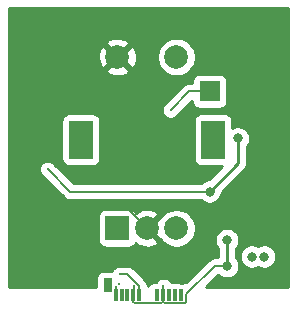
<source format=gbr>
%TF.GenerationSoftware,KiCad,Pcbnew,5.99.0+really5.1.10+dfsg1-1+b1*%
%TF.CreationDate,2021-10-07T11:27:31-07:00*%
%TF.ProjectId,roPlug,726f506c-7567-42e6-9b69-6361645f7063,rev?*%
%TF.SameCoordinates,Original*%
%TF.FileFunction,Copper,L2,Bot*%
%TF.FilePolarity,Positive*%
%FSLAX46Y46*%
G04 Gerber Fmt 4.6, Leading zero omitted, Abs format (unit mm)*
G04 Created by KiCad (PCBNEW 5.99.0+really5.1.10+dfsg1-1+b1) date 2021-10-07 11:27:31*
%MOMM*%
%LPD*%
G01*
G04 APERTURE LIST*
%TA.AperFunction,ComponentPad*%
%ADD10R,1.700000X1.700000*%
%TD*%
%TA.AperFunction,SMDPad,CuDef*%
%ADD11R,0.380000X1.000000*%
%TD*%
%TA.AperFunction,SMDPad,CuDef*%
%ADD12R,0.700000X1.150000*%
%TD*%
%TA.AperFunction,ComponentPad*%
%ADD13R,2.000000X2.000000*%
%TD*%
%TA.AperFunction,ComponentPad*%
%ADD14C,2.000000*%
%TD*%
%TA.AperFunction,ComponentPad*%
%ADD15R,2.000000X3.200000*%
%TD*%
%TA.AperFunction,ViaPad*%
%ADD16C,0.200000*%
%TD*%
%TA.AperFunction,ViaPad*%
%ADD17C,0.800000*%
%TD*%
%TA.AperFunction,Conductor*%
%ADD18C,0.200000*%
%TD*%
%TA.AperFunction,Conductor*%
%ADD19C,0.250000*%
%TD*%
%TA.AperFunction,Conductor*%
%ADD20C,0.254000*%
%TD*%
%TA.AperFunction,Conductor*%
%ADD21C,0.100000*%
%TD*%
G04 APERTURE END LIST*
D10*
%TO.P,RST1,1*%
%TO.N,Net-(RST1-Pad1)*%
X117700000Y-57700000D03*
%TD*%
D11*
%TO.P,P1,B12*%
%TO.N,GND*%
X115250000Y-74960000D03*
%TO.P,P1,B11*%
%TO.N,N/C*%
X114750000Y-74960000D03*
%TO.P,P1,B10*%
X114250000Y-74960000D03*
%TO.P,P1,B9*%
%TO.N,Net-(F1-Pad2)*%
X113750000Y-74960000D03*
%TO.P,P1,B8*%
%TO.N,N/C*%
X113250000Y-74960000D03*
%TO.P,P1,B5*%
%TO.N,Net-(P1-PadB5)*%
X111750000Y-74960000D03*
%TO.P,P1,B4*%
%TO.N,Net-(F1-Pad2)*%
X111250000Y-74960000D03*
%TO.P,P1,B3*%
%TO.N,N/C*%
X110750000Y-74960000D03*
%TO.P,P1,B2*%
X110250000Y-74960000D03*
%TO.P,P1,B1*%
%TO.N,GND*%
X109750000Y-74960000D03*
D12*
%TO.P,P1,S1*%
%TO.N,Net-(P1-PadS1)*%
X109080000Y-74120000D03*
%TD*%
D13*
%TO.P,SW1,A*%
%TO.N,Net-(SW1-PadA)*%
X109900000Y-69300000D03*
D14*
%TO.P,SW1,C*%
%TO.N,GND*%
X112400000Y-69300000D03*
%TO.P,SW1,B*%
%TO.N,Net-(SW1-PadB)*%
X114900000Y-69300000D03*
D15*
%TO.P,SW1,MP*%
%TO.N,N/C*%
X106800000Y-61800000D03*
X118000000Y-61800000D03*
D14*
%TO.P,SW1,S2*%
%TO.N,GND*%
X109900000Y-54800000D03*
%TO.P,SW1,S1*%
%TO.N,Net-(SW1-PadS1)*%
X114900000Y-54800000D03*
%TD*%
D16*
%TO.N,GND*%
X112400000Y-71200000D03*
X113900000Y-67800000D03*
X110200000Y-67700000D03*
X108000000Y-64500000D03*
X123900000Y-63500000D03*
X115200000Y-73900000D03*
X110000000Y-74000000D03*
D17*
%TO.N,+5V*%
X117700000Y-66200000D03*
X120100000Y-61700000D03*
D16*
X104000000Y-64300000D03*
D17*
%TO.N,Net-(F1-Pad2)*%
X119200000Y-72500000D03*
X119200000Y-70300000D03*
D16*
X111300000Y-74200000D03*
X113800000Y-74200000D03*
%TO.N,Net-(P1-PadB5)*%
X110100000Y-73200000D03*
D17*
%TO.N,D-*%
X121275000Y-71700000D03*
%TO.N,D+*%
X122325000Y-71700000D03*
D16*
%TO.N,Net-(RST1-Pad1)*%
X114400000Y-59300000D03*
%TD*%
D18*
%TO.N,GND*%
X110800000Y-67700000D02*
X110200000Y-67700000D01*
X112400000Y-69300000D02*
X110800000Y-67700000D01*
X109750000Y-74960000D02*
X109750000Y-74150000D01*
D19*
%TO.N,+5V*%
X120100000Y-63800000D02*
X120100000Y-61700000D01*
X117700000Y-66200000D02*
X120100000Y-63800000D01*
D18*
X105900000Y-66200000D02*
X117700000Y-66200000D01*
X104000000Y-64300000D02*
X105900000Y-66200000D01*
D19*
%TO.N,Net-(F1-Pad2)*%
X119200000Y-70300000D02*
X119200000Y-72500000D01*
D18*
X113600001Y-75660001D02*
X113750000Y-75510002D01*
X111399999Y-75660001D02*
X113600001Y-75660001D01*
X111250000Y-75510002D02*
X111399999Y-75660001D01*
X111250000Y-74960000D02*
X111250000Y-75510002D01*
X118146433Y-72500000D02*
X119200000Y-72500000D01*
X115749990Y-74896443D02*
X118146433Y-72500000D01*
X115749990Y-75550010D02*
X115749990Y-74896443D01*
X115639999Y-75660001D02*
X115749990Y-75550010D01*
X113899999Y-75660001D02*
X115639999Y-75660001D01*
X113750000Y-75510002D02*
X113899999Y-75660001D01*
X113750000Y-74960000D02*
X113750000Y-75510002D01*
X111300000Y-74910000D02*
X111250000Y-74960000D01*
X111300000Y-74200000D02*
X111300000Y-74910000D01*
X113750000Y-74250000D02*
X113800000Y-74200000D01*
X113750000Y-74960000D02*
X113750000Y-74250000D01*
%TO.N,Net-(P1-PadB5)*%
X111750000Y-74225722D02*
X111750000Y-74960000D01*
X110724278Y-73200000D02*
X111750000Y-74225722D01*
X110100000Y-73200000D02*
X110724278Y-73200000D01*
%TO.N,Net-(RST1-Pad1)*%
X116000000Y-57700000D02*
X117700000Y-57700000D01*
X114400000Y-59300000D02*
X116000000Y-57700000D01*
%TD*%
D20*
%TO.N,GND*%
X124315000Y-74315000D02*
X117370879Y-74315000D01*
X118450880Y-73235000D01*
X118471289Y-73235000D01*
X118540226Y-73303937D01*
X118709744Y-73417205D01*
X118898102Y-73495226D01*
X119098061Y-73535000D01*
X119301939Y-73535000D01*
X119501898Y-73495226D01*
X119690256Y-73417205D01*
X119859774Y-73303937D01*
X120003937Y-73159774D01*
X120117205Y-72990256D01*
X120195226Y-72801898D01*
X120235000Y-72601939D01*
X120235000Y-72398061D01*
X120195226Y-72198102D01*
X120117205Y-72009744D01*
X120003937Y-71840226D01*
X119960000Y-71796289D01*
X119960000Y-71598061D01*
X120240000Y-71598061D01*
X120240000Y-71801939D01*
X120279774Y-72001898D01*
X120357795Y-72190256D01*
X120471063Y-72359774D01*
X120615226Y-72503937D01*
X120784744Y-72617205D01*
X120973102Y-72695226D01*
X121173061Y-72735000D01*
X121376939Y-72735000D01*
X121576898Y-72695226D01*
X121765256Y-72617205D01*
X121800000Y-72593990D01*
X121834744Y-72617205D01*
X122023102Y-72695226D01*
X122223061Y-72735000D01*
X122426939Y-72735000D01*
X122626898Y-72695226D01*
X122815256Y-72617205D01*
X122984774Y-72503937D01*
X123128937Y-72359774D01*
X123242205Y-72190256D01*
X123320226Y-72001898D01*
X123360000Y-71801939D01*
X123360000Y-71598061D01*
X123320226Y-71398102D01*
X123242205Y-71209744D01*
X123128937Y-71040226D01*
X122984774Y-70896063D01*
X122815256Y-70782795D01*
X122626898Y-70704774D01*
X122426939Y-70665000D01*
X122223061Y-70665000D01*
X122023102Y-70704774D01*
X121834744Y-70782795D01*
X121800000Y-70806010D01*
X121765256Y-70782795D01*
X121576898Y-70704774D01*
X121376939Y-70665000D01*
X121173061Y-70665000D01*
X120973102Y-70704774D01*
X120784744Y-70782795D01*
X120615226Y-70896063D01*
X120471063Y-71040226D01*
X120357795Y-71209744D01*
X120279774Y-71398102D01*
X120240000Y-71598061D01*
X119960000Y-71598061D01*
X119960000Y-71003711D01*
X120003937Y-70959774D01*
X120117205Y-70790256D01*
X120195226Y-70601898D01*
X120235000Y-70401939D01*
X120235000Y-70198061D01*
X120195226Y-69998102D01*
X120117205Y-69809744D01*
X120003937Y-69640226D01*
X119859774Y-69496063D01*
X119690256Y-69382795D01*
X119501898Y-69304774D01*
X119301939Y-69265000D01*
X119098061Y-69265000D01*
X118898102Y-69304774D01*
X118709744Y-69382795D01*
X118540226Y-69496063D01*
X118396063Y-69640226D01*
X118282795Y-69809744D01*
X118204774Y-69998102D01*
X118165000Y-70198061D01*
X118165000Y-70401939D01*
X118204774Y-70601898D01*
X118282795Y-70790256D01*
X118396063Y-70959774D01*
X118440000Y-71003711D01*
X118440001Y-71765000D01*
X118182529Y-71765000D01*
X118146432Y-71761445D01*
X118110335Y-71765000D01*
X118110328Y-71765000D01*
X118016565Y-71774235D01*
X118002347Y-71775635D01*
X117960319Y-71788384D01*
X117863800Y-71817663D01*
X117736113Y-71885913D01*
X117624195Y-71977762D01*
X117601179Y-72005807D01*
X115718697Y-73888290D01*
X115695579Y-73875350D01*
X115576609Y-73836723D01*
X115471750Y-73825000D01*
X115334475Y-73962275D01*
X115294494Y-73929463D01*
X115184180Y-73870498D01*
X115064482Y-73834188D01*
X115034484Y-73831234D01*
X115028250Y-73825000D01*
X115001526Y-73827988D01*
X114940000Y-73821928D01*
X114560000Y-73821928D01*
X114500000Y-73827837D01*
X114440000Y-73821928D01*
X114431357Y-73821928D01*
X114431192Y-73821681D01*
X114414087Y-73789680D01*
X114391070Y-73761634D01*
X114370912Y-73731465D01*
X114345254Y-73705807D01*
X114322238Y-73677762D01*
X114294193Y-73654746D01*
X114268535Y-73629088D01*
X114238366Y-73608930D01*
X114210320Y-73585913D01*
X114178319Y-73568808D01*
X114148153Y-73548652D01*
X114114635Y-73534768D01*
X114082633Y-73517663D01*
X114047909Y-73507130D01*
X114014391Y-73493246D01*
X113978807Y-73486168D01*
X113944085Y-73475635D01*
X113907978Y-73472079D01*
X113872391Y-73465000D01*
X113836105Y-73465000D01*
X113800000Y-73461444D01*
X113763895Y-73465000D01*
X113727609Y-73465000D01*
X113692021Y-73472079D01*
X113655916Y-73475635D01*
X113621195Y-73486167D01*
X113585609Y-73493246D01*
X113552090Y-73507130D01*
X113517367Y-73517663D01*
X113485366Y-73534768D01*
X113451847Y-73548652D01*
X113421678Y-73568810D01*
X113389681Y-73585913D01*
X113361639Y-73608926D01*
X113331465Y-73629088D01*
X113255802Y-73704751D01*
X113227763Y-73727762D01*
X113150483Y-73821928D01*
X113060000Y-73821928D01*
X112935518Y-73834188D01*
X112815820Y-73870498D01*
X112705506Y-73929463D01*
X112608815Y-74008815D01*
X112529463Y-74105506D01*
X112500000Y-74160627D01*
X112478112Y-74119677D01*
X112474365Y-74081636D01*
X112444671Y-73983750D01*
X112432337Y-73943089D01*
X112364087Y-73815402D01*
X112315178Y-73755807D01*
X112295253Y-73731528D01*
X112295250Y-73731525D01*
X112272237Y-73703484D01*
X112244197Y-73680472D01*
X111269536Y-72705812D01*
X111246516Y-72677762D01*
X111134598Y-72585913D01*
X111006911Y-72517663D01*
X110868363Y-72475635D01*
X110760383Y-72465000D01*
X110724278Y-72461444D01*
X110688173Y-72465000D01*
X110027609Y-72465000D01*
X109992022Y-72472079D01*
X109955915Y-72475635D01*
X109921193Y-72486168D01*
X109885609Y-72493246D01*
X109852091Y-72507130D01*
X109817367Y-72517663D01*
X109785365Y-72534768D01*
X109751847Y-72548652D01*
X109721681Y-72568808D01*
X109689680Y-72585913D01*
X109661634Y-72608930D01*
X109631465Y-72629088D01*
X109605807Y-72654746D01*
X109577762Y-72677762D01*
X109554746Y-72705807D01*
X109529088Y-72731465D01*
X109508930Y-72761634D01*
X109485913Y-72789680D01*
X109468808Y-72821681D01*
X109448652Y-72851847D01*
X109434768Y-72885365D01*
X109423243Y-72906928D01*
X108730000Y-72906928D01*
X108605518Y-72919188D01*
X108485820Y-72955498D01*
X108375506Y-73014463D01*
X108278815Y-73093815D01*
X108199463Y-73190506D01*
X108140498Y-73300820D01*
X108104188Y-73420518D01*
X108091928Y-73545000D01*
X108091928Y-74315000D01*
X100685000Y-74315000D01*
X100685000Y-68300000D01*
X108261928Y-68300000D01*
X108261928Y-70300000D01*
X108274188Y-70424482D01*
X108310498Y-70544180D01*
X108369463Y-70654494D01*
X108448815Y-70751185D01*
X108545506Y-70830537D01*
X108655820Y-70889502D01*
X108775518Y-70925812D01*
X108900000Y-70938072D01*
X110900000Y-70938072D01*
X111024482Y-70925812D01*
X111144180Y-70889502D01*
X111254494Y-70830537D01*
X111351185Y-70751185D01*
X111430537Y-70654494D01*
X111485976Y-70550777D01*
X111539956Y-70699814D01*
X111829571Y-70840704D01*
X112141108Y-70922384D01*
X112462595Y-70941718D01*
X112781675Y-70897961D01*
X113086088Y-70792795D01*
X113260044Y-70699814D01*
X113355808Y-70435413D01*
X112400000Y-69479605D01*
X112385858Y-69493748D01*
X112206253Y-69314143D01*
X112220395Y-69300000D01*
X112579605Y-69300000D01*
X113535413Y-70255808D01*
X113565075Y-70245065D01*
X113630013Y-70342252D01*
X113857748Y-70569987D01*
X114125537Y-70748918D01*
X114423088Y-70872168D01*
X114738967Y-70935000D01*
X115061033Y-70935000D01*
X115376912Y-70872168D01*
X115674463Y-70748918D01*
X115942252Y-70569987D01*
X116169987Y-70342252D01*
X116348918Y-70074463D01*
X116472168Y-69776912D01*
X116535000Y-69461033D01*
X116535000Y-69138967D01*
X116472168Y-68823088D01*
X116348918Y-68525537D01*
X116169987Y-68257748D01*
X115942252Y-68030013D01*
X115674463Y-67851082D01*
X115376912Y-67727832D01*
X115061033Y-67665000D01*
X114738967Y-67665000D01*
X114423088Y-67727832D01*
X114125537Y-67851082D01*
X113857748Y-68030013D01*
X113630013Y-68257748D01*
X113565075Y-68354935D01*
X113535413Y-68344192D01*
X112579605Y-69300000D01*
X112220395Y-69300000D01*
X112206253Y-69285858D01*
X112385858Y-69106253D01*
X112400000Y-69120395D01*
X113355808Y-68164587D01*
X113260044Y-67900186D01*
X112970429Y-67759296D01*
X112658892Y-67677616D01*
X112337405Y-67658282D01*
X112018325Y-67702039D01*
X111713912Y-67807205D01*
X111539956Y-67900186D01*
X111485976Y-68049223D01*
X111430537Y-67945506D01*
X111351185Y-67848815D01*
X111254494Y-67769463D01*
X111144180Y-67710498D01*
X111024482Y-67674188D01*
X110900000Y-67661928D01*
X108900000Y-67661928D01*
X108775518Y-67674188D01*
X108655820Y-67710498D01*
X108545506Y-67769463D01*
X108448815Y-67848815D01*
X108369463Y-67945506D01*
X108310498Y-68055820D01*
X108274188Y-68175518D01*
X108261928Y-68300000D01*
X100685000Y-68300000D01*
X100685000Y-64300000D01*
X103261444Y-64300000D01*
X103265000Y-64336105D01*
X103265000Y-64372391D01*
X103272079Y-64407978D01*
X103275635Y-64444085D01*
X103286167Y-64478805D01*
X103293246Y-64514391D01*
X103307132Y-64547916D01*
X103317664Y-64582633D01*
X103334765Y-64614626D01*
X103348652Y-64648153D01*
X103368815Y-64678330D01*
X103385914Y-64710319D01*
X103408923Y-64738356D01*
X103429088Y-64768535D01*
X103531465Y-64870912D01*
X103531468Y-64870914D01*
X105354746Y-66694193D01*
X105377762Y-66722238D01*
X105489680Y-66814087D01*
X105617367Y-66882337D01*
X105755915Y-66924365D01*
X105900000Y-66938556D01*
X105936105Y-66935000D01*
X116971289Y-66935000D01*
X117040226Y-67003937D01*
X117209744Y-67117205D01*
X117398102Y-67195226D01*
X117598061Y-67235000D01*
X117801939Y-67235000D01*
X118001898Y-67195226D01*
X118190256Y-67117205D01*
X118359774Y-67003937D01*
X118503937Y-66859774D01*
X118617205Y-66690256D01*
X118695226Y-66501898D01*
X118735000Y-66301939D01*
X118735000Y-66239801D01*
X120611004Y-64363798D01*
X120640001Y-64340001D01*
X120734974Y-64224276D01*
X120805546Y-64092247D01*
X120849003Y-63948986D01*
X120860000Y-63837333D01*
X120860000Y-63837332D01*
X120863677Y-63800000D01*
X120860000Y-63762667D01*
X120860000Y-62403711D01*
X120903937Y-62359774D01*
X121017205Y-62190256D01*
X121095226Y-62001898D01*
X121135000Y-61801939D01*
X121135000Y-61598061D01*
X121095226Y-61398102D01*
X121017205Y-61209744D01*
X120903937Y-61040226D01*
X120759774Y-60896063D01*
X120590256Y-60782795D01*
X120401898Y-60704774D01*
X120201939Y-60665000D01*
X119998061Y-60665000D01*
X119798102Y-60704774D01*
X119638072Y-60771061D01*
X119638072Y-60200000D01*
X119625812Y-60075518D01*
X119589502Y-59955820D01*
X119530537Y-59845506D01*
X119451185Y-59748815D01*
X119354494Y-59669463D01*
X119244180Y-59610498D01*
X119124482Y-59574188D01*
X119000000Y-59561928D01*
X117000000Y-59561928D01*
X116875518Y-59574188D01*
X116755820Y-59610498D01*
X116645506Y-59669463D01*
X116548815Y-59748815D01*
X116469463Y-59845506D01*
X116410498Y-59955820D01*
X116374188Y-60075518D01*
X116361928Y-60200000D01*
X116361928Y-63400000D01*
X116374188Y-63524482D01*
X116410498Y-63644180D01*
X116469463Y-63754494D01*
X116548815Y-63851185D01*
X116645506Y-63930537D01*
X116755820Y-63989502D01*
X116875518Y-64025812D01*
X117000000Y-64038072D01*
X118787126Y-64038072D01*
X117660199Y-65165000D01*
X117598061Y-65165000D01*
X117398102Y-65204774D01*
X117209744Y-65282795D01*
X117040226Y-65396063D01*
X116971289Y-65465000D01*
X106204447Y-65465000D01*
X104570914Y-63831468D01*
X104570912Y-63831465D01*
X104468535Y-63729088D01*
X104438356Y-63708923D01*
X104410319Y-63685914D01*
X104378330Y-63668815D01*
X104348153Y-63648652D01*
X104314626Y-63634765D01*
X104282633Y-63617664D01*
X104247916Y-63607132D01*
X104214391Y-63593246D01*
X104178805Y-63586167D01*
X104144085Y-63575635D01*
X104107978Y-63572079D01*
X104072391Y-63565000D01*
X104036105Y-63565000D01*
X104000000Y-63561444D01*
X103963895Y-63565000D01*
X103927609Y-63565000D01*
X103892022Y-63572079D01*
X103855915Y-63575635D01*
X103821195Y-63586167D01*
X103785609Y-63593246D01*
X103752084Y-63607132D01*
X103717367Y-63617664D01*
X103685374Y-63634765D01*
X103651847Y-63648652D01*
X103621670Y-63668815D01*
X103589681Y-63685914D01*
X103561646Y-63708922D01*
X103531465Y-63729088D01*
X103505797Y-63754756D01*
X103477763Y-63777763D01*
X103454756Y-63805797D01*
X103429088Y-63831465D01*
X103408922Y-63861646D01*
X103385914Y-63889681D01*
X103368815Y-63921670D01*
X103348652Y-63951847D01*
X103334765Y-63985374D01*
X103317664Y-64017367D01*
X103307132Y-64052084D01*
X103293246Y-64085609D01*
X103286167Y-64121195D01*
X103275635Y-64155915D01*
X103272079Y-64192022D01*
X103265000Y-64227609D01*
X103265000Y-64263895D01*
X103261444Y-64300000D01*
X100685000Y-64300000D01*
X100685000Y-60200000D01*
X105161928Y-60200000D01*
X105161928Y-63400000D01*
X105174188Y-63524482D01*
X105210498Y-63644180D01*
X105269463Y-63754494D01*
X105348815Y-63851185D01*
X105445506Y-63930537D01*
X105555820Y-63989502D01*
X105675518Y-64025812D01*
X105800000Y-64038072D01*
X107800000Y-64038072D01*
X107924482Y-64025812D01*
X108044180Y-63989502D01*
X108154494Y-63930537D01*
X108251185Y-63851185D01*
X108330537Y-63754494D01*
X108389502Y-63644180D01*
X108425812Y-63524482D01*
X108438072Y-63400000D01*
X108438072Y-60200000D01*
X108425812Y-60075518D01*
X108389502Y-59955820D01*
X108330537Y-59845506D01*
X108251185Y-59748815D01*
X108154494Y-59669463D01*
X108044180Y-59610498D01*
X107924482Y-59574188D01*
X107800000Y-59561928D01*
X105800000Y-59561928D01*
X105675518Y-59574188D01*
X105555820Y-59610498D01*
X105445506Y-59669463D01*
X105348815Y-59748815D01*
X105269463Y-59845506D01*
X105210498Y-59955820D01*
X105174188Y-60075518D01*
X105161928Y-60200000D01*
X100685000Y-60200000D01*
X100685000Y-59300000D01*
X113661444Y-59300000D01*
X113665000Y-59336105D01*
X113665000Y-59372391D01*
X113672079Y-59407978D01*
X113675635Y-59444085D01*
X113686167Y-59478805D01*
X113693246Y-59514391D01*
X113707132Y-59547916D01*
X113717664Y-59582633D01*
X113734765Y-59614626D01*
X113748652Y-59648153D01*
X113768815Y-59678330D01*
X113785914Y-59710319D01*
X113808922Y-59738354D01*
X113829088Y-59768535D01*
X113854756Y-59794203D01*
X113877763Y-59822237D01*
X113905797Y-59845244D01*
X113931465Y-59870912D01*
X113961646Y-59891078D01*
X113989681Y-59914086D01*
X114021670Y-59931185D01*
X114051847Y-59951348D01*
X114085374Y-59965235D01*
X114117367Y-59982336D01*
X114152084Y-59992868D01*
X114185609Y-60006754D01*
X114221195Y-60013833D01*
X114255915Y-60024365D01*
X114292022Y-60027921D01*
X114327609Y-60035000D01*
X114363895Y-60035000D01*
X114400000Y-60038556D01*
X114436105Y-60035000D01*
X114472391Y-60035000D01*
X114507978Y-60027921D01*
X114544085Y-60024365D01*
X114578805Y-60013833D01*
X114614391Y-60006754D01*
X114647916Y-59992868D01*
X114682633Y-59982336D01*
X114714626Y-59965235D01*
X114748153Y-59951348D01*
X114778330Y-59931185D01*
X114810319Y-59914086D01*
X114838356Y-59891077D01*
X114868535Y-59870912D01*
X114970912Y-59768535D01*
X114970914Y-59768532D01*
X116211928Y-58527519D01*
X116211928Y-58550000D01*
X116224188Y-58674482D01*
X116260498Y-58794180D01*
X116319463Y-58904494D01*
X116398815Y-59001185D01*
X116495506Y-59080537D01*
X116605820Y-59139502D01*
X116725518Y-59175812D01*
X116850000Y-59188072D01*
X118550000Y-59188072D01*
X118674482Y-59175812D01*
X118794180Y-59139502D01*
X118904494Y-59080537D01*
X119001185Y-59001185D01*
X119080537Y-58904494D01*
X119139502Y-58794180D01*
X119175812Y-58674482D01*
X119188072Y-58550000D01*
X119188072Y-56850000D01*
X119175812Y-56725518D01*
X119139502Y-56605820D01*
X119080537Y-56495506D01*
X119001185Y-56398815D01*
X118904494Y-56319463D01*
X118794180Y-56260498D01*
X118674482Y-56224188D01*
X118550000Y-56211928D01*
X116850000Y-56211928D01*
X116725518Y-56224188D01*
X116605820Y-56260498D01*
X116495506Y-56319463D01*
X116398815Y-56398815D01*
X116319463Y-56495506D01*
X116260498Y-56605820D01*
X116224188Y-56725518D01*
X116211928Y-56850000D01*
X116211928Y-56965000D01*
X116036105Y-56965000D01*
X116000000Y-56961444D01*
X115855915Y-56975635D01*
X115717366Y-57017663D01*
X115589680Y-57085913D01*
X115477762Y-57177762D01*
X115454746Y-57205807D01*
X113931468Y-58729086D01*
X113931465Y-58729088D01*
X113829088Y-58831465D01*
X113808923Y-58861644D01*
X113785914Y-58889681D01*
X113768815Y-58921670D01*
X113748652Y-58951847D01*
X113734765Y-58985374D01*
X113717664Y-59017367D01*
X113707132Y-59052084D01*
X113693246Y-59085609D01*
X113686167Y-59121195D01*
X113675635Y-59155915D01*
X113672079Y-59192022D01*
X113665000Y-59227609D01*
X113665000Y-59263895D01*
X113661444Y-59300000D01*
X100685000Y-59300000D01*
X100685000Y-55935413D01*
X108944192Y-55935413D01*
X109039956Y-56199814D01*
X109329571Y-56340704D01*
X109641108Y-56422384D01*
X109962595Y-56441718D01*
X110281675Y-56397961D01*
X110586088Y-56292795D01*
X110760044Y-56199814D01*
X110855808Y-55935413D01*
X109900000Y-54979605D01*
X108944192Y-55935413D01*
X100685000Y-55935413D01*
X100685000Y-54862595D01*
X108258282Y-54862595D01*
X108302039Y-55181675D01*
X108407205Y-55486088D01*
X108500186Y-55660044D01*
X108764587Y-55755808D01*
X109720395Y-54800000D01*
X110079605Y-54800000D01*
X111035413Y-55755808D01*
X111299814Y-55660044D01*
X111440704Y-55370429D01*
X111522384Y-55058892D01*
X111541718Y-54737405D01*
X111528219Y-54638967D01*
X113265000Y-54638967D01*
X113265000Y-54961033D01*
X113327832Y-55276912D01*
X113451082Y-55574463D01*
X113630013Y-55842252D01*
X113857748Y-56069987D01*
X114125537Y-56248918D01*
X114423088Y-56372168D01*
X114738967Y-56435000D01*
X115061033Y-56435000D01*
X115376912Y-56372168D01*
X115674463Y-56248918D01*
X115942252Y-56069987D01*
X116169987Y-55842252D01*
X116348918Y-55574463D01*
X116472168Y-55276912D01*
X116535000Y-54961033D01*
X116535000Y-54638967D01*
X116472168Y-54323088D01*
X116348918Y-54025537D01*
X116169987Y-53757748D01*
X115942252Y-53530013D01*
X115674463Y-53351082D01*
X115376912Y-53227832D01*
X115061033Y-53165000D01*
X114738967Y-53165000D01*
X114423088Y-53227832D01*
X114125537Y-53351082D01*
X113857748Y-53530013D01*
X113630013Y-53757748D01*
X113451082Y-54025537D01*
X113327832Y-54323088D01*
X113265000Y-54638967D01*
X111528219Y-54638967D01*
X111497961Y-54418325D01*
X111392795Y-54113912D01*
X111299814Y-53939956D01*
X111035413Y-53844192D01*
X110079605Y-54800000D01*
X109720395Y-54800000D01*
X108764587Y-53844192D01*
X108500186Y-53939956D01*
X108359296Y-54229571D01*
X108277616Y-54541108D01*
X108258282Y-54862595D01*
X100685000Y-54862595D01*
X100685000Y-53664587D01*
X108944192Y-53664587D01*
X109900000Y-54620395D01*
X110855808Y-53664587D01*
X110760044Y-53400186D01*
X110470429Y-53259296D01*
X110158892Y-53177616D01*
X109837405Y-53158282D01*
X109518325Y-53202039D01*
X109213912Y-53307205D01*
X109039956Y-53400186D01*
X108944192Y-53664587D01*
X100685000Y-53664587D01*
X100685000Y-50685000D01*
X124315001Y-50685000D01*
X124315000Y-74315000D01*
%TA.AperFunction,Conductor*%
D21*
G36*
X124315000Y-74315000D02*
G01*
X117370879Y-74315000D01*
X118450880Y-73235000D01*
X118471289Y-73235000D01*
X118540226Y-73303937D01*
X118709744Y-73417205D01*
X118898102Y-73495226D01*
X119098061Y-73535000D01*
X119301939Y-73535000D01*
X119501898Y-73495226D01*
X119690256Y-73417205D01*
X119859774Y-73303937D01*
X120003937Y-73159774D01*
X120117205Y-72990256D01*
X120195226Y-72801898D01*
X120235000Y-72601939D01*
X120235000Y-72398061D01*
X120195226Y-72198102D01*
X120117205Y-72009744D01*
X120003937Y-71840226D01*
X119960000Y-71796289D01*
X119960000Y-71598061D01*
X120240000Y-71598061D01*
X120240000Y-71801939D01*
X120279774Y-72001898D01*
X120357795Y-72190256D01*
X120471063Y-72359774D01*
X120615226Y-72503937D01*
X120784744Y-72617205D01*
X120973102Y-72695226D01*
X121173061Y-72735000D01*
X121376939Y-72735000D01*
X121576898Y-72695226D01*
X121765256Y-72617205D01*
X121800000Y-72593990D01*
X121834744Y-72617205D01*
X122023102Y-72695226D01*
X122223061Y-72735000D01*
X122426939Y-72735000D01*
X122626898Y-72695226D01*
X122815256Y-72617205D01*
X122984774Y-72503937D01*
X123128937Y-72359774D01*
X123242205Y-72190256D01*
X123320226Y-72001898D01*
X123360000Y-71801939D01*
X123360000Y-71598061D01*
X123320226Y-71398102D01*
X123242205Y-71209744D01*
X123128937Y-71040226D01*
X122984774Y-70896063D01*
X122815256Y-70782795D01*
X122626898Y-70704774D01*
X122426939Y-70665000D01*
X122223061Y-70665000D01*
X122023102Y-70704774D01*
X121834744Y-70782795D01*
X121800000Y-70806010D01*
X121765256Y-70782795D01*
X121576898Y-70704774D01*
X121376939Y-70665000D01*
X121173061Y-70665000D01*
X120973102Y-70704774D01*
X120784744Y-70782795D01*
X120615226Y-70896063D01*
X120471063Y-71040226D01*
X120357795Y-71209744D01*
X120279774Y-71398102D01*
X120240000Y-71598061D01*
X119960000Y-71598061D01*
X119960000Y-71003711D01*
X120003937Y-70959774D01*
X120117205Y-70790256D01*
X120195226Y-70601898D01*
X120235000Y-70401939D01*
X120235000Y-70198061D01*
X120195226Y-69998102D01*
X120117205Y-69809744D01*
X120003937Y-69640226D01*
X119859774Y-69496063D01*
X119690256Y-69382795D01*
X119501898Y-69304774D01*
X119301939Y-69265000D01*
X119098061Y-69265000D01*
X118898102Y-69304774D01*
X118709744Y-69382795D01*
X118540226Y-69496063D01*
X118396063Y-69640226D01*
X118282795Y-69809744D01*
X118204774Y-69998102D01*
X118165000Y-70198061D01*
X118165000Y-70401939D01*
X118204774Y-70601898D01*
X118282795Y-70790256D01*
X118396063Y-70959774D01*
X118440000Y-71003711D01*
X118440001Y-71765000D01*
X118182529Y-71765000D01*
X118146432Y-71761445D01*
X118110335Y-71765000D01*
X118110328Y-71765000D01*
X118016565Y-71774235D01*
X118002347Y-71775635D01*
X117960319Y-71788384D01*
X117863800Y-71817663D01*
X117736113Y-71885913D01*
X117624195Y-71977762D01*
X117601179Y-72005807D01*
X115718697Y-73888290D01*
X115695579Y-73875350D01*
X115576609Y-73836723D01*
X115471750Y-73825000D01*
X115334475Y-73962275D01*
X115294494Y-73929463D01*
X115184180Y-73870498D01*
X115064482Y-73834188D01*
X115034484Y-73831234D01*
X115028250Y-73825000D01*
X115001526Y-73827988D01*
X114940000Y-73821928D01*
X114560000Y-73821928D01*
X114500000Y-73827837D01*
X114440000Y-73821928D01*
X114431357Y-73821928D01*
X114431192Y-73821681D01*
X114414087Y-73789680D01*
X114391070Y-73761634D01*
X114370912Y-73731465D01*
X114345254Y-73705807D01*
X114322238Y-73677762D01*
X114294193Y-73654746D01*
X114268535Y-73629088D01*
X114238366Y-73608930D01*
X114210320Y-73585913D01*
X114178319Y-73568808D01*
X114148153Y-73548652D01*
X114114635Y-73534768D01*
X114082633Y-73517663D01*
X114047909Y-73507130D01*
X114014391Y-73493246D01*
X113978807Y-73486168D01*
X113944085Y-73475635D01*
X113907978Y-73472079D01*
X113872391Y-73465000D01*
X113836105Y-73465000D01*
X113800000Y-73461444D01*
X113763895Y-73465000D01*
X113727609Y-73465000D01*
X113692021Y-73472079D01*
X113655916Y-73475635D01*
X113621195Y-73486167D01*
X113585609Y-73493246D01*
X113552090Y-73507130D01*
X113517367Y-73517663D01*
X113485366Y-73534768D01*
X113451847Y-73548652D01*
X113421678Y-73568810D01*
X113389681Y-73585913D01*
X113361639Y-73608926D01*
X113331465Y-73629088D01*
X113255802Y-73704751D01*
X113227763Y-73727762D01*
X113150483Y-73821928D01*
X113060000Y-73821928D01*
X112935518Y-73834188D01*
X112815820Y-73870498D01*
X112705506Y-73929463D01*
X112608815Y-74008815D01*
X112529463Y-74105506D01*
X112500000Y-74160627D01*
X112478112Y-74119677D01*
X112474365Y-74081636D01*
X112444671Y-73983750D01*
X112432337Y-73943089D01*
X112364087Y-73815402D01*
X112315178Y-73755807D01*
X112295253Y-73731528D01*
X112295250Y-73731525D01*
X112272237Y-73703484D01*
X112244197Y-73680472D01*
X111269536Y-72705812D01*
X111246516Y-72677762D01*
X111134598Y-72585913D01*
X111006911Y-72517663D01*
X110868363Y-72475635D01*
X110760383Y-72465000D01*
X110724278Y-72461444D01*
X110688173Y-72465000D01*
X110027609Y-72465000D01*
X109992022Y-72472079D01*
X109955915Y-72475635D01*
X109921193Y-72486168D01*
X109885609Y-72493246D01*
X109852091Y-72507130D01*
X109817367Y-72517663D01*
X109785365Y-72534768D01*
X109751847Y-72548652D01*
X109721681Y-72568808D01*
X109689680Y-72585913D01*
X109661634Y-72608930D01*
X109631465Y-72629088D01*
X109605807Y-72654746D01*
X109577762Y-72677762D01*
X109554746Y-72705807D01*
X109529088Y-72731465D01*
X109508930Y-72761634D01*
X109485913Y-72789680D01*
X109468808Y-72821681D01*
X109448652Y-72851847D01*
X109434768Y-72885365D01*
X109423243Y-72906928D01*
X108730000Y-72906928D01*
X108605518Y-72919188D01*
X108485820Y-72955498D01*
X108375506Y-73014463D01*
X108278815Y-73093815D01*
X108199463Y-73190506D01*
X108140498Y-73300820D01*
X108104188Y-73420518D01*
X108091928Y-73545000D01*
X108091928Y-74315000D01*
X100685000Y-74315000D01*
X100685000Y-68300000D01*
X108261928Y-68300000D01*
X108261928Y-70300000D01*
X108274188Y-70424482D01*
X108310498Y-70544180D01*
X108369463Y-70654494D01*
X108448815Y-70751185D01*
X108545506Y-70830537D01*
X108655820Y-70889502D01*
X108775518Y-70925812D01*
X108900000Y-70938072D01*
X110900000Y-70938072D01*
X111024482Y-70925812D01*
X111144180Y-70889502D01*
X111254494Y-70830537D01*
X111351185Y-70751185D01*
X111430537Y-70654494D01*
X111485976Y-70550777D01*
X111539956Y-70699814D01*
X111829571Y-70840704D01*
X112141108Y-70922384D01*
X112462595Y-70941718D01*
X112781675Y-70897961D01*
X113086088Y-70792795D01*
X113260044Y-70699814D01*
X113355808Y-70435413D01*
X112400000Y-69479605D01*
X112385858Y-69493748D01*
X112206253Y-69314143D01*
X112220395Y-69300000D01*
X112579605Y-69300000D01*
X113535413Y-70255808D01*
X113565075Y-70245065D01*
X113630013Y-70342252D01*
X113857748Y-70569987D01*
X114125537Y-70748918D01*
X114423088Y-70872168D01*
X114738967Y-70935000D01*
X115061033Y-70935000D01*
X115376912Y-70872168D01*
X115674463Y-70748918D01*
X115942252Y-70569987D01*
X116169987Y-70342252D01*
X116348918Y-70074463D01*
X116472168Y-69776912D01*
X116535000Y-69461033D01*
X116535000Y-69138967D01*
X116472168Y-68823088D01*
X116348918Y-68525537D01*
X116169987Y-68257748D01*
X115942252Y-68030013D01*
X115674463Y-67851082D01*
X115376912Y-67727832D01*
X115061033Y-67665000D01*
X114738967Y-67665000D01*
X114423088Y-67727832D01*
X114125537Y-67851082D01*
X113857748Y-68030013D01*
X113630013Y-68257748D01*
X113565075Y-68354935D01*
X113535413Y-68344192D01*
X112579605Y-69300000D01*
X112220395Y-69300000D01*
X112206253Y-69285858D01*
X112385858Y-69106253D01*
X112400000Y-69120395D01*
X113355808Y-68164587D01*
X113260044Y-67900186D01*
X112970429Y-67759296D01*
X112658892Y-67677616D01*
X112337405Y-67658282D01*
X112018325Y-67702039D01*
X111713912Y-67807205D01*
X111539956Y-67900186D01*
X111485976Y-68049223D01*
X111430537Y-67945506D01*
X111351185Y-67848815D01*
X111254494Y-67769463D01*
X111144180Y-67710498D01*
X111024482Y-67674188D01*
X110900000Y-67661928D01*
X108900000Y-67661928D01*
X108775518Y-67674188D01*
X108655820Y-67710498D01*
X108545506Y-67769463D01*
X108448815Y-67848815D01*
X108369463Y-67945506D01*
X108310498Y-68055820D01*
X108274188Y-68175518D01*
X108261928Y-68300000D01*
X100685000Y-68300000D01*
X100685000Y-64300000D01*
X103261444Y-64300000D01*
X103265000Y-64336105D01*
X103265000Y-64372391D01*
X103272079Y-64407978D01*
X103275635Y-64444085D01*
X103286167Y-64478805D01*
X103293246Y-64514391D01*
X103307132Y-64547916D01*
X103317664Y-64582633D01*
X103334765Y-64614626D01*
X103348652Y-64648153D01*
X103368815Y-64678330D01*
X103385914Y-64710319D01*
X103408923Y-64738356D01*
X103429088Y-64768535D01*
X103531465Y-64870912D01*
X103531468Y-64870914D01*
X105354746Y-66694193D01*
X105377762Y-66722238D01*
X105489680Y-66814087D01*
X105617367Y-66882337D01*
X105755915Y-66924365D01*
X105900000Y-66938556D01*
X105936105Y-66935000D01*
X116971289Y-66935000D01*
X117040226Y-67003937D01*
X117209744Y-67117205D01*
X117398102Y-67195226D01*
X117598061Y-67235000D01*
X117801939Y-67235000D01*
X118001898Y-67195226D01*
X118190256Y-67117205D01*
X118359774Y-67003937D01*
X118503937Y-66859774D01*
X118617205Y-66690256D01*
X118695226Y-66501898D01*
X118735000Y-66301939D01*
X118735000Y-66239801D01*
X120611004Y-64363798D01*
X120640001Y-64340001D01*
X120734974Y-64224276D01*
X120805546Y-64092247D01*
X120849003Y-63948986D01*
X120860000Y-63837333D01*
X120860000Y-63837332D01*
X120863677Y-63800000D01*
X120860000Y-63762667D01*
X120860000Y-62403711D01*
X120903937Y-62359774D01*
X121017205Y-62190256D01*
X121095226Y-62001898D01*
X121135000Y-61801939D01*
X121135000Y-61598061D01*
X121095226Y-61398102D01*
X121017205Y-61209744D01*
X120903937Y-61040226D01*
X120759774Y-60896063D01*
X120590256Y-60782795D01*
X120401898Y-60704774D01*
X120201939Y-60665000D01*
X119998061Y-60665000D01*
X119798102Y-60704774D01*
X119638072Y-60771061D01*
X119638072Y-60200000D01*
X119625812Y-60075518D01*
X119589502Y-59955820D01*
X119530537Y-59845506D01*
X119451185Y-59748815D01*
X119354494Y-59669463D01*
X119244180Y-59610498D01*
X119124482Y-59574188D01*
X119000000Y-59561928D01*
X117000000Y-59561928D01*
X116875518Y-59574188D01*
X116755820Y-59610498D01*
X116645506Y-59669463D01*
X116548815Y-59748815D01*
X116469463Y-59845506D01*
X116410498Y-59955820D01*
X116374188Y-60075518D01*
X116361928Y-60200000D01*
X116361928Y-63400000D01*
X116374188Y-63524482D01*
X116410498Y-63644180D01*
X116469463Y-63754494D01*
X116548815Y-63851185D01*
X116645506Y-63930537D01*
X116755820Y-63989502D01*
X116875518Y-64025812D01*
X117000000Y-64038072D01*
X118787126Y-64038072D01*
X117660199Y-65165000D01*
X117598061Y-65165000D01*
X117398102Y-65204774D01*
X117209744Y-65282795D01*
X117040226Y-65396063D01*
X116971289Y-65465000D01*
X106204447Y-65465000D01*
X104570914Y-63831468D01*
X104570912Y-63831465D01*
X104468535Y-63729088D01*
X104438356Y-63708923D01*
X104410319Y-63685914D01*
X104378330Y-63668815D01*
X104348153Y-63648652D01*
X104314626Y-63634765D01*
X104282633Y-63617664D01*
X104247916Y-63607132D01*
X104214391Y-63593246D01*
X104178805Y-63586167D01*
X104144085Y-63575635D01*
X104107978Y-63572079D01*
X104072391Y-63565000D01*
X104036105Y-63565000D01*
X104000000Y-63561444D01*
X103963895Y-63565000D01*
X103927609Y-63565000D01*
X103892022Y-63572079D01*
X103855915Y-63575635D01*
X103821195Y-63586167D01*
X103785609Y-63593246D01*
X103752084Y-63607132D01*
X103717367Y-63617664D01*
X103685374Y-63634765D01*
X103651847Y-63648652D01*
X103621670Y-63668815D01*
X103589681Y-63685914D01*
X103561646Y-63708922D01*
X103531465Y-63729088D01*
X103505797Y-63754756D01*
X103477763Y-63777763D01*
X103454756Y-63805797D01*
X103429088Y-63831465D01*
X103408922Y-63861646D01*
X103385914Y-63889681D01*
X103368815Y-63921670D01*
X103348652Y-63951847D01*
X103334765Y-63985374D01*
X103317664Y-64017367D01*
X103307132Y-64052084D01*
X103293246Y-64085609D01*
X103286167Y-64121195D01*
X103275635Y-64155915D01*
X103272079Y-64192022D01*
X103265000Y-64227609D01*
X103265000Y-64263895D01*
X103261444Y-64300000D01*
X100685000Y-64300000D01*
X100685000Y-60200000D01*
X105161928Y-60200000D01*
X105161928Y-63400000D01*
X105174188Y-63524482D01*
X105210498Y-63644180D01*
X105269463Y-63754494D01*
X105348815Y-63851185D01*
X105445506Y-63930537D01*
X105555820Y-63989502D01*
X105675518Y-64025812D01*
X105800000Y-64038072D01*
X107800000Y-64038072D01*
X107924482Y-64025812D01*
X108044180Y-63989502D01*
X108154494Y-63930537D01*
X108251185Y-63851185D01*
X108330537Y-63754494D01*
X108389502Y-63644180D01*
X108425812Y-63524482D01*
X108438072Y-63400000D01*
X108438072Y-60200000D01*
X108425812Y-60075518D01*
X108389502Y-59955820D01*
X108330537Y-59845506D01*
X108251185Y-59748815D01*
X108154494Y-59669463D01*
X108044180Y-59610498D01*
X107924482Y-59574188D01*
X107800000Y-59561928D01*
X105800000Y-59561928D01*
X105675518Y-59574188D01*
X105555820Y-59610498D01*
X105445506Y-59669463D01*
X105348815Y-59748815D01*
X105269463Y-59845506D01*
X105210498Y-59955820D01*
X105174188Y-60075518D01*
X105161928Y-60200000D01*
X100685000Y-60200000D01*
X100685000Y-59300000D01*
X113661444Y-59300000D01*
X113665000Y-59336105D01*
X113665000Y-59372391D01*
X113672079Y-59407978D01*
X113675635Y-59444085D01*
X113686167Y-59478805D01*
X113693246Y-59514391D01*
X113707132Y-59547916D01*
X113717664Y-59582633D01*
X113734765Y-59614626D01*
X113748652Y-59648153D01*
X113768815Y-59678330D01*
X113785914Y-59710319D01*
X113808922Y-59738354D01*
X113829088Y-59768535D01*
X113854756Y-59794203D01*
X113877763Y-59822237D01*
X113905797Y-59845244D01*
X113931465Y-59870912D01*
X113961646Y-59891078D01*
X113989681Y-59914086D01*
X114021670Y-59931185D01*
X114051847Y-59951348D01*
X114085374Y-59965235D01*
X114117367Y-59982336D01*
X114152084Y-59992868D01*
X114185609Y-60006754D01*
X114221195Y-60013833D01*
X114255915Y-60024365D01*
X114292022Y-60027921D01*
X114327609Y-60035000D01*
X114363895Y-60035000D01*
X114400000Y-60038556D01*
X114436105Y-60035000D01*
X114472391Y-60035000D01*
X114507978Y-60027921D01*
X114544085Y-60024365D01*
X114578805Y-60013833D01*
X114614391Y-60006754D01*
X114647916Y-59992868D01*
X114682633Y-59982336D01*
X114714626Y-59965235D01*
X114748153Y-59951348D01*
X114778330Y-59931185D01*
X114810319Y-59914086D01*
X114838356Y-59891077D01*
X114868535Y-59870912D01*
X114970912Y-59768535D01*
X114970914Y-59768532D01*
X116211928Y-58527519D01*
X116211928Y-58550000D01*
X116224188Y-58674482D01*
X116260498Y-58794180D01*
X116319463Y-58904494D01*
X116398815Y-59001185D01*
X116495506Y-59080537D01*
X116605820Y-59139502D01*
X116725518Y-59175812D01*
X116850000Y-59188072D01*
X118550000Y-59188072D01*
X118674482Y-59175812D01*
X118794180Y-59139502D01*
X118904494Y-59080537D01*
X119001185Y-59001185D01*
X119080537Y-58904494D01*
X119139502Y-58794180D01*
X119175812Y-58674482D01*
X119188072Y-58550000D01*
X119188072Y-56850000D01*
X119175812Y-56725518D01*
X119139502Y-56605820D01*
X119080537Y-56495506D01*
X119001185Y-56398815D01*
X118904494Y-56319463D01*
X118794180Y-56260498D01*
X118674482Y-56224188D01*
X118550000Y-56211928D01*
X116850000Y-56211928D01*
X116725518Y-56224188D01*
X116605820Y-56260498D01*
X116495506Y-56319463D01*
X116398815Y-56398815D01*
X116319463Y-56495506D01*
X116260498Y-56605820D01*
X116224188Y-56725518D01*
X116211928Y-56850000D01*
X116211928Y-56965000D01*
X116036105Y-56965000D01*
X116000000Y-56961444D01*
X115855915Y-56975635D01*
X115717366Y-57017663D01*
X115589680Y-57085913D01*
X115477762Y-57177762D01*
X115454746Y-57205807D01*
X113931468Y-58729086D01*
X113931465Y-58729088D01*
X113829088Y-58831465D01*
X113808923Y-58861644D01*
X113785914Y-58889681D01*
X113768815Y-58921670D01*
X113748652Y-58951847D01*
X113734765Y-58985374D01*
X113717664Y-59017367D01*
X113707132Y-59052084D01*
X113693246Y-59085609D01*
X113686167Y-59121195D01*
X113675635Y-59155915D01*
X113672079Y-59192022D01*
X113665000Y-59227609D01*
X113665000Y-59263895D01*
X113661444Y-59300000D01*
X100685000Y-59300000D01*
X100685000Y-55935413D01*
X108944192Y-55935413D01*
X109039956Y-56199814D01*
X109329571Y-56340704D01*
X109641108Y-56422384D01*
X109962595Y-56441718D01*
X110281675Y-56397961D01*
X110586088Y-56292795D01*
X110760044Y-56199814D01*
X110855808Y-55935413D01*
X109900000Y-54979605D01*
X108944192Y-55935413D01*
X100685000Y-55935413D01*
X100685000Y-54862595D01*
X108258282Y-54862595D01*
X108302039Y-55181675D01*
X108407205Y-55486088D01*
X108500186Y-55660044D01*
X108764587Y-55755808D01*
X109720395Y-54800000D01*
X110079605Y-54800000D01*
X111035413Y-55755808D01*
X111299814Y-55660044D01*
X111440704Y-55370429D01*
X111522384Y-55058892D01*
X111541718Y-54737405D01*
X111528219Y-54638967D01*
X113265000Y-54638967D01*
X113265000Y-54961033D01*
X113327832Y-55276912D01*
X113451082Y-55574463D01*
X113630013Y-55842252D01*
X113857748Y-56069987D01*
X114125537Y-56248918D01*
X114423088Y-56372168D01*
X114738967Y-56435000D01*
X115061033Y-56435000D01*
X115376912Y-56372168D01*
X115674463Y-56248918D01*
X115942252Y-56069987D01*
X116169987Y-55842252D01*
X116348918Y-55574463D01*
X116472168Y-55276912D01*
X116535000Y-54961033D01*
X116535000Y-54638967D01*
X116472168Y-54323088D01*
X116348918Y-54025537D01*
X116169987Y-53757748D01*
X115942252Y-53530013D01*
X115674463Y-53351082D01*
X115376912Y-53227832D01*
X115061033Y-53165000D01*
X114738967Y-53165000D01*
X114423088Y-53227832D01*
X114125537Y-53351082D01*
X113857748Y-53530013D01*
X113630013Y-53757748D01*
X113451082Y-54025537D01*
X113327832Y-54323088D01*
X113265000Y-54638967D01*
X111528219Y-54638967D01*
X111497961Y-54418325D01*
X111392795Y-54113912D01*
X111299814Y-53939956D01*
X111035413Y-53844192D01*
X110079605Y-54800000D01*
X109720395Y-54800000D01*
X108764587Y-53844192D01*
X108500186Y-53939956D01*
X108359296Y-54229571D01*
X108277616Y-54541108D01*
X108258282Y-54862595D01*
X100685000Y-54862595D01*
X100685000Y-53664587D01*
X108944192Y-53664587D01*
X109900000Y-54620395D01*
X110855808Y-53664587D01*
X110760044Y-53400186D01*
X110470429Y-53259296D01*
X110158892Y-53177616D01*
X109837405Y-53158282D01*
X109518325Y-53202039D01*
X109213912Y-53307205D01*
X109039956Y-53400186D01*
X108944192Y-53664587D01*
X100685000Y-53664587D01*
X100685000Y-50685000D01*
X124315001Y-50685000D01*
X124315000Y-74315000D01*
G37*
%TD.AperFunction*%
%TD*%
M02*

</source>
